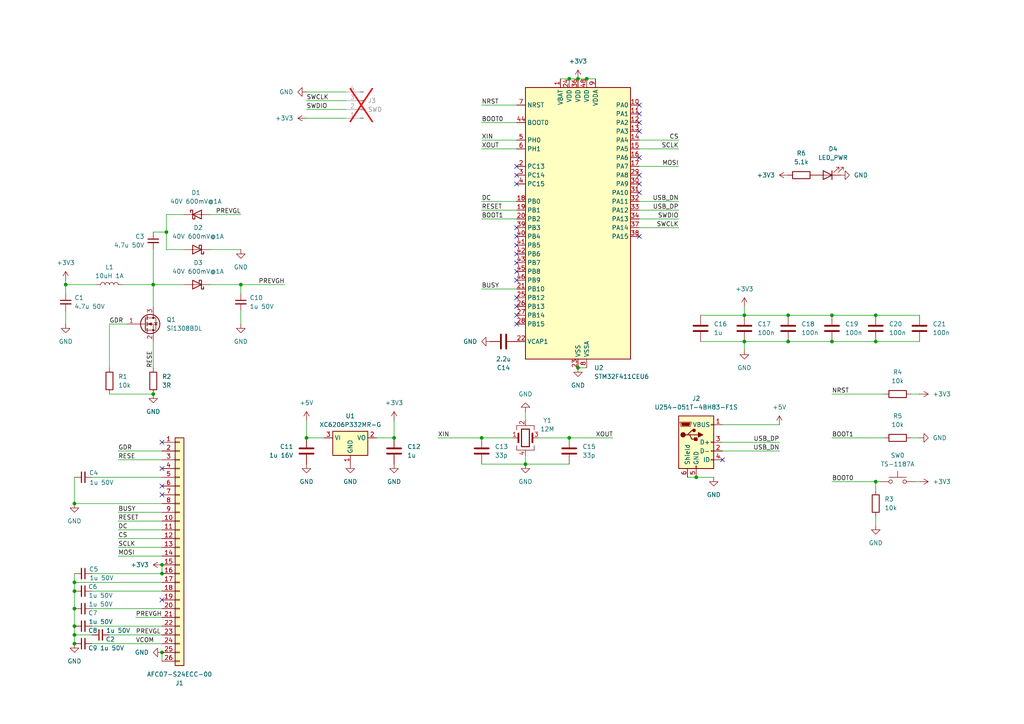
<source format=kicad_sch>
(kicad_sch (version 20250114) (generator "eeschema") (generator_version "9.0")
  (paper "A4")
  (lib_symbols
    (symbol "Connector:Conn_01x04_Pin" (pin_names (offset 1.016) (hide yes))
      (property "Reference" "J" (at 0 5.08 0))
      (property "Value" "Conn_01x04_Pin" (at 0 -7.62 0))
      (symbol "Conn_01x04_Pin_1_1"
        (rectangle (start 0.8636 2.667) (end 0 2.413) (stroke (width 0.1524)) (fill (type outline)))
        (rectangle (start 0.8636 0.127) (end 0 -0.127) (stroke (width 0.1524)) (fill (type outline)))
        (rectangle (start 0.8636 -2.413) (end 0 -2.667) (stroke (width 0.1524)) (fill (type outline)))
        (rectangle (start 0.8636 -4.953) (end 0 -5.207) (stroke (width 0.1524)) (fill (type outline)))
        (polyline (pts (xy 1.27 2.54) (xy 0.8636 2.54)) (stroke (width 0.1524)))
        (polyline (pts (xy 1.27 0) (xy 0.8636 0)) (stroke (width 0.1524)))
        (polyline (pts (xy 1.27 -2.54) (xy 0.8636 -2.54)) (stroke (width 0.1524)))
        (polyline (pts (xy 1.27 -5.08) (xy 0.8636 -5.08)) (stroke (width 0.1524)))
        (pin passive line (at 5.08 2.54 180) (length 3.81) (name "Pin_1") (number "1"))
        (pin passive line (at 5.08 0 180) (length 3.81) (name "Pin_2") (number "2"))
        (pin passive line (at 5.08 -2.54 180) (length 3.81) (name "Pin_3") (number "3"))
        (pin passive line (at 5.08 -5.08 180) (length 3.81) (name "Pin_4") (number "4"))
      )
    )
    (symbol "Connector:USB_B_Micro" (pin_names (offset 1.016))
      (property "Reference" "J" (at -5.08 11.43 0))
      (property "Value" "USB_B_Micro" (at -5.08 8.89 0))
      (symbol "USB_B_Micro_0_1"
        (rectangle (start -5.08 -7.62) (end 5.08 7.62) (stroke (width 0.254)) (fill (type background)))
        (polyline (pts (xy -4.699 5.842) (xy -4.699 5.588) (xy -4.445 4.826) (xy -4.445 4.572) (xy -1.651 4.572) (xy -1.651 4.826) (xy -1.397 5.588) (xy -1.397 5.842) (xy -4.699 5.842)))
        (polyline (pts (xy -4.318 5.588) (xy -1.778 5.588) (xy -2.032 4.826) (xy -4.064 4.826) (xy -4.318 5.588)) (fill (type outline)))
        (circle (center -3.81 2.159) (radius 0.635) (stroke (width 0.254)) (fill (type outline)))
        (polyline (pts (xy -3.175 2.159) (xy -2.54 2.159) (xy -1.27 3.429) (xy -0.635 3.429)) (stroke (width 0.254)))
        (polyline (pts (xy -2.54 2.159) (xy -1.905 2.159) (xy -1.27 0.889) (xy 0 0.889)) (stroke (width 0.254)))
        (polyline (pts (xy -1.905 2.159) (xy 0.635 2.159)) (stroke (width 0.254)))
        (circle (center -0.635 3.429) (radius 0.381) (stroke (width 0.254)) (fill (type outline)))
        (rectangle (start -0.127 -7.62) (end 0.127 -6.858))
        (rectangle (start 0.254 1.27) (end -0.508 0.508) (stroke (width 0.254)) (fill (type outline)))
        (polyline (pts (xy 0.635 2.794) (xy 0.635 1.524) (xy 1.905 2.159) (xy 0.635 2.794)) (stroke (width 0.254)) (fill (type outline)))
        (rectangle (start 5.08 4.953) (end 4.318 5.207))
        (rectangle (start 5.08 -0.127) (end 4.318 0.127))
        (rectangle (start 5.08 -2.667) (end 4.318 -2.413))
        (rectangle (start 5.08 -5.207) (end 4.318 -4.953))
      )
      (symbol "USB_B_Micro_1_1"
        (pin passive line (at -2.54 -10.16 90) (length 2.54) (name "Shield") (number "6"))
        (pin power_out line (at 0 -10.16 90) (length 2.54) (name "GND") (number "5"))
        (pin power_out line (at 7.62 5.08 180) (length 2.54) (name "VBUS") (number "1"))
        (pin bidirectional line (at 7.62 0 180) (length 2.54) (name "D+") (number "3"))
        (pin bidirectional line (at 7.62 -2.54 180) (length 2.54) (name "D-") (number "2"))
        (pin passive line (at 7.62 -5.08 180) (length 2.54) (name "ID") (number "4"))
      )
    )
    (symbol "Connector_Generic:Conn_01x26" (pin_names (offset 1.016) (hide yes))
      (property "Reference" "J" (at 0 33.02 0))
      (property "Value" "Conn_01x26" (at 0 -35.56 0))
      (symbol "Conn_01x26_1_1"
        (rectangle (start -1.27 31.75) (end 1.27 -34.29) (stroke (width 0.254)) (fill (type background)))
        (rectangle (start -1.27 30.607) (end 0 30.353) (stroke (width 0.1524)))
        (rectangle (start -1.27 28.067) (end 0 27.813) (stroke (width 0.1524)))
        (rectangle (start -1.27 25.527) (end 0 25.273) (stroke (width 0.1524)))
        (rectangle (start -1.27 22.987) (end 0 22.733) (stroke (width 0.1524)))
        (rectangle (start -1.27 20.447) (end 0 20.193) (stroke (width 0.1524)))
        (rectangle (start -1.27 17.907) (end 0 17.653) (stroke (width 0.1524)))
        (rectangle (start -1.27 15.367) (end 0 15.113) (stroke (width 0.1524)))
        (rectangle (start -1.27 12.827) (end 0 12.573) (stroke (width 0.1524)))
        (rectangle (start -1.27 10.287) (end 0 10.033) (stroke (width 0.1524)))
        (rectangle (start -1.27 7.747) (end 0 7.493) (stroke (width 0.1524)))
        (rectangle (start -1.27 5.207) (end 0 4.953) (stroke (width 0.1524)))
        (rectangle (start -1.27 2.667) (end 0 2.413) (stroke (width 0.1524)))
        (rectangle (start -1.27 0.127) (end 0 -0.127) (stroke (width 0.1524)))
        (rectangle (start -1.27 -2.413) (end 0 -2.667) (stroke (width 0.1524)))
        (rectangle (start -1.27 -4.953) (end 0 -5.207) (stroke (width 0.1524)))
        (rectangle (start -1.27 -7.493) (end 0 -7.747) (stroke (width 0.1524)))
        (rectangle (start -1.27 -10.033) (end 0 -10.287) (stroke (width 0.1524)))
        (rectangle (start -1.27 -12.573) (end 0 -12.827) (stroke (width 0.1524)))
        (rectangle (start -1.27 -15.113) (end 0 -15.367) (stroke (width 0.1524)))
        (rectangle (start -1.27 -17.653) (end 0 -17.907) (stroke (width 0.1524)))
        (rectangle (start -1.27 -20.193) (end 0 -20.447) (stroke (width 0.1524)))
        (rectangle (start -1.27 -22.733) (end 0 -22.987) (stroke (width 0.1524)))
        (rectangle (start -1.27 -25.273) (end 0 -25.527) (stroke (width 0.1524)))
        (rectangle (start -1.27 -27.813) (end 0 -28.067) (stroke (width 0.1524)))
        (rectangle (start -1.27 -30.353) (end 0 -30.607) (stroke (width 0.1524)))
        (rectangle (start -1.27 -32.893) (end 0 -33.147) (stroke (width 0.1524)))
        (pin passive line (at -5.08 30.48 0) (length 3.81) (name "Pin_1") (number "1"))
        (pin passive line (at -5.08 27.94 0) (length 3.81) (name "Pin_2") (number "2"))
        (pin passive line (at -5.08 25.4 0) (length 3.81) (name "Pin_3") (number "3"))
        (pin passive line (at -5.08 22.86 0) (length 3.81) (name "Pin_4") (number "4"))
        (pin passive line (at -5.08 20.32 0) (length 3.81) (name "Pin_5") (number "5"))
        (pin passive line (at -5.08 17.78 0) (length 3.81) (name "Pin_6") (number "6"))
        (pin passive line (at -5.08 15.24 0) (length 3.81) (name "Pin_7") (number "7"))
        (pin passive line (at -5.08 12.7 0) (length 3.81) (name "Pin_8") (number "8"))
        (pin passive line (at -5.08 10.16 0) (length 3.81) (name "Pin_9") (number "9"))
        (pin passive line (at -5.08 7.62 0) (length 3.81) (name "Pin_10") (number "10"))
        (pin passive line (at -5.08 5.08 0) (length 3.81) (name "Pin_11") (number "11"))
        (pin passive line (at -5.08 2.54 0) (length 3.81) (name "Pin_12") (number "12"))
        (pin passive line (at -5.08 0 0) (length 3.81) (name "Pin_13") (number "13"))
        (pin passive line (at -5.08 -2.54 0) (length 3.81) (name "Pin_14") (number "14"))
        (pin passive line (at -5.08 -5.08 0) (length 3.81) (name "Pin_15") (number "15"))
        (pin passive line (at -5.08 -7.62 0) (length 3.81) (name "Pin_16") (number "16"))
        (pin passive line (at -5.08 -10.16 0) (length 3.81) (name "Pin_17") (number "17"))
        (pin passive line (at -5.08 -12.7 0) (length 3.81) (name "Pin_18") (number "18"))
        (pin passive line (at -5.08 -15.24 0) (length 3.81) (name "Pin_19") (number "19"))
        (pin passive line (at -5.08 -17.78 0) (length 3.81) (name "Pin_20") (number "20"))
        (pin passive line (at -5.08 -20.32 0) (length 3.81) (name "Pin_21") (number "21"))
        (pin passive line (at -5.08 -22.86 0) (length 3.81) (name "Pin_22") (number "22"))
        (pin passive line (at -5.08 -25.4 0) (length 3.81) (name "Pin_23") (number "23"))
        (pin passive line (at -5.08 -27.94 0) (length 3.81) (name "Pin_24") (number "24"))
        (pin passive line (at -5.08 -30.48 0) (length 3.81) (name "Pin_25") (number "25"))
        (pin passive line (at -5.08 -33.02 0) (length 3.81) (name "Pin_26") (number "26"))
      )
    )
    (symbol "Device:C" (pin_numbers (hide yes)) (pin_names (offset 0.254))
      (property "Reference" "C" (at 0.635 2.54 0))
      (property "Value" "C" (at 0.635 -2.54 0))
      (symbol "C_0_1"
        (polyline (pts (xy -2.032 0.762) (xy 2.032 0.762)) (stroke (width 0.508)))
        (polyline (pts (xy -2.032 -0.762) (xy 2.032 -0.762)) (stroke (width 0.508)))
      )
      (symbol "C_1_1"
        (pin passive line (at 0 3.81 270) (length 2.794) (name "~") (number "1"))
        (pin passive line (at 0 -3.81 90) (length 2.794) (name "~") (number "2"))
      )
    )
    (symbol "Device:C_Small" (pin_numbers (hide yes)) (pin_names (offset 0.254) (hide yes))
      (property "Reference" "C" (at 0.254 1.778 0))
      (property "Value" "C_Small" (at 0.254 -2.032 0))
      (symbol "C_Small_0_1"
        (polyline (pts (xy -1.524 0.508) (xy 1.524 0.508)) (stroke (width 0.3048)))
        (polyline (pts (xy -1.524 -0.508) (xy 1.524 -0.508)) (stroke (width 0.3302)))
      )
      (symbol "C_Small_1_1"
        (pin passive line (at 0 2.54 270) (length 2.032) (name "~") (number "1"))
        (pin passive line (at 0 -2.54 90) (length 2.032) (name "~") (number "2"))
      )
    )
    (symbol "Device:Crystal_GND24" (pin_names (offset 1.016) (hide yes))
      (property "Reference" "Y" (at 3.175 5.08 0))
      (property "Value" "Crystal_GND24" (at 3.175 3.175 0))
      (symbol "Crystal_GND24_0_1"
        (polyline (pts (xy -2.54 2.286) (xy -2.54 3.556) (xy 2.54 3.556) (xy 2.54 2.286)))
        (polyline (pts (xy -2.54 0) (xy -2.032 0)))
        (polyline (pts (xy -2.54 -2.286) (xy -2.54 -3.556) (xy 2.54 -3.556) (xy 2.54 -2.286)))
        (polyline (pts (xy -2.032 -1.27) (xy -2.032 1.27)) (stroke (width 0.508)))
        (rectangle (start -1.143 2.54) (end 1.143 -2.54) (stroke (width 0.3048)))
        (polyline (pts (xy 0 3.556) (xy 0 3.81)))
        (polyline (pts (xy 0 -3.81) (xy 0 -3.556)))
        (polyline (pts (xy 2.032 0) (xy 2.54 0)))
        (polyline (pts (xy 2.032 -1.27) (xy 2.032 1.27)) (stroke (width 0.508)))
      )
      (symbol "Crystal_GND24_1_1"
        (pin passive line (at -3.81 0 0) (length 1.27) (name "1") (number "1"))
        (pin passive line (at 0 5.08 270) (length 1.27) (name "2") (number "2"))
        (pin passive line (at 0 -5.08 90) (length 1.27) (name "4") (number "4"))
        (pin passive line (at 3.81 0 180) (length 1.27) (name "3") (number "3"))
      )
    )
    (symbol "Device:D_Schottky" (pin_numbers (hide yes)) (pin_names (offset 1.016) (hide yes))
      (property "Reference" "D" (at 0 2.54 0))
      (property "Value" "D_Schottky" (at 0 -2.54 0))
      (symbol "D_Schottky_0_1"
        (polyline (pts (xy -1.905 0.635) (xy -1.905 1.27) (xy -1.27 1.27) (xy -1.27 -1.27) (xy -0.635 -1.27) (xy -0.635 -0.635)) (stroke (width 0.254)))
        (polyline (pts (xy 1.27 1.27) (xy 1.27 -1.27) (xy -1.27 0) (xy 1.27 1.27)) (stroke (width 0.254)))
        (polyline (pts (xy 1.27 0) (xy -1.27 0)))
      )
      (symbol "D_Schottky_1_1"
        (pin passive line (at -3.81 0 0) (length 2.54) (name "K") (number "1"))
        (pin passive line (at 3.81 0 180) (length 2.54) (name "A") (number "2"))
      )
    )
    (symbol "Device:L" (pin_numbers (hide yes)) (pin_names (offset 1.016) (hide yes))
      (property "Reference" "L" (at -1.27 0 90))
      (property "Value" "L" (at 1.905 0 90))
      (symbol "L_0_1"
        (arc (start 0 2.54) (mid 0.6323 1.905) (end 0 1.27))
        (arc (start 0 1.27) (mid 0.6323 0.635) (end 0 0))
        (arc (start 0 0) (mid 0.6323 -0.635) (end 0 -1.27))
        (arc (start 0 -1.27) (mid 0.6323 -1.905) (end 0 -2.54))
      )
      (symbol "L_1_1"
        (pin passive line (at 0 3.81 270) (length 1.27) (name "1") (number "1"))
        (pin passive line (at 0 -3.81 90) (length 1.27) (name "2") (number "2"))
      )
    )
    (symbol "Device:LED" (pin_numbers (hide yes)) (pin_names (offset 1.016) (hide yes))
      (property "Reference" "D" (at 0 2.54 0))
      (property "Value" "LED" (at 0 -2.54 0))
      (symbol "LED_0_1"
        (polyline (pts (xy -3.048 -0.762) (xy -4.572 -2.286) (xy -3.81 -2.286) (xy -4.572 -2.286) (xy -4.572 -1.524)))
        (polyline (pts (xy -1.778 -0.762) (xy -3.302 -2.286) (xy -2.54 -2.286) (xy -3.302 -2.286) (xy -3.302 -1.524)))
        (polyline (pts (xy -1.27 0) (xy 1.27 0)))
        (polyline (pts (xy -1.27 -1.27) (xy -1.27 1.27)) (stroke (width 0.254)))
        (polyline (pts (xy 1.27 -1.27) (xy 1.27 1.27) (xy -1.27 0) (xy 1.27 -1.27)) (stroke (width 0.254)))
      )
      (symbol "LED_1_1"
        (pin passive line (at -3.81 0 0) (length 2.54) (name "K") (number "1"))
        (pin passive line (at 3.81 0 180) (length 2.54) (name "A") (number "2"))
      )
    )
    (symbol "Device:R" (pin_numbers (hide yes)) (pin_names (offset 0))
      (property "Reference" "R" (at 2.032 0 90))
      (property "Value" "R" (at 0 0 90))
      (symbol "R_0_1"
        (rectangle (start -1.016 -2.54) (end 1.016 2.54) (stroke (width 0.254)))
      )
      (symbol "R_1_1"
        (pin passive line (at 0 3.81 270) (length 1.27) (name "~") (number "1"))
        (pin passive line (at 0 -3.81 90) (length 1.27) (name "~") (number "2"))
      )
    )
    (symbol "MCU_ST_STM32F4:STM32F411CEUx"
      (property "Reference" "U" (at -15.24 41.91 0))
      (property "Value" "STM32F411CEUx" (at 7.62 41.91 0))
      (symbol "STM32F411CEUx_0_1"
        (rectangle (start -15.24 -38.1) (end 15.24 40.64) (stroke (width 0.254)) (fill (type background)))
      )
      (symbol "STM32F411CEUx_1_1"
        (pin input line (at -17.78 35.56 0) (length 2.54) (name "NRST") (number "7"))
        (pin input line (at -17.78 30.48 0) (length 2.54) (name "BOOT0") (number "44"))
        (pin bidirectional line (at -17.78 25.4 0) (length 2.54) (name "PH0") (number "5"))
        (pin bidirectional line (at -17.78 22.86 0) (length 2.54) (name "PH1") (number "6"))
        (pin bidirectional line (at -17.78 17.78 0) (length 2.54) (name "PC13") (number "2"))
        (pin bidirectional line (at -17.78 15.24 0) (length 2.54) (name "PC14") (number "3"))
        (pin bidirectional line (at -17.78 12.7 0) (length 2.54) (name "PC15") (number "4"))
        (pin bidirectional line (at -17.78 7.62 0) (length 2.54) (name "PB0") (number "18"))
        (pin bidirectional line (at -17.78 5.08 0) (length 2.54) (name "PB1") (number "19"))
        (pin bidirectional line (at -17.78 2.54 0) (length 2.54) (name "PB2") (number "20"))
        (pin bidirectional line (at -17.78 0 0) (length 2.54) (name "PB3") (number "39"))
        (pin bidirectional line (at -17.78 -2.54 0) (length 2.54) (name "PB4") (number "40"))
        (pin bidirectional line (at -17.78 -5.08 0) (length 2.54) (name "PB5") (number "41"))
        (pin bidirectional line (at -17.78 -7.62 0) (length 2.54) (name "PB6") (number "42"))
        (pin bidirectional line (at -17.78 -10.16 0) (length 2.54) (name "PB7") (number "43"))
        (pin bidirectional line (at -17.78 -12.7 0) (length 2.54) (name "PB8") (number "45"))
        (pin bidirectional line (at -17.78 -15.24 0) (length 2.54) (name "PB9") (number "46"))
        (pin bidirectional line (at -17.78 -17.78 0) (length 2.54) (name "PB10") (number "21"))
        (pin bidirectional line (at -17.78 -20.32 0) (length 2.54) (name "PB12") (number "25"))
        (pin bidirectional line (at -17.78 -22.86 0) (length 2.54) (name "PB13") (number "26"))
        (pin bidirectional line (at -17.78 -25.4 0) (length 2.54) (name "PB14") (number "27"))
        (pin bidirectional line (at -17.78 -27.94 0) (length 2.54) (name "PB15") (number "28"))
        (pin power_out line (at -17.78 -33.02 0) (length 2.54) (name "VCAP1") (number "22"))
        (pin power_in line (at -5.08 43.18 270) (length 2.54) (name "VBAT") (number "1"))
        (pin power_in line (at -2.54 43.18 270) (length 2.54) (name "VDD") (number "24"))
        (pin power_in line (at 0 43.18 270) (length 2.54) (name "VDD") (number "36"))
        (pin power_in line (at 0 -40.64 90) (length 2.54) (name "VSS") (number "23"))
        (pin passive line (at 0 -40.64 90) (length 2.54) (hide yes) (name "VSS") (number "35"))
        (pin passive line (at 0 -40.64 90) (length 2.54) (hide yes) (name "VSS") (number "47"))
        (pin passive line (at 0 -40.64 90) (length 2.54) (hide yes) (name "VSS") (number "49"))
        (pin power_in line (at 2.54 43.18 270) (length 2.54) (name "VDD") (number "48"))
        (pin power_in line (at 2.54 -40.64 90) (length 2.54) (name "VSSA") (number "8"))
        (pin power_in line (at 5.08 43.18 270) (length 2.54) (name "VDDA") (number "9"))
        (pin bidirectional line (at 17.78 35.56 180) (length 2.54) (name "PA0") (number "10"))
        (pin bidirectional line (at 17.78 33.02 180) (length 2.54) (name "PA1") (number "11"))
        (pin bidirectional line (at 17.78 30.48 180) (length 2.54) (name "PA2") (number "12"))
        (pin bidirectional line (at 17.78 27.94 180) (length 2.54) (name "PA3") (number "13"))
        (pin bidirectional line (at 17.78 25.4 180) (length 2.54) (name "PA4") (number "14"))
        (pin bidirectional line (at 17.78 22.86 180) (length 2.54) (name "PA5") (number "15"))
        (pin bidirectional line (at 17.78 20.32 180) (length 2.54) (name "PA6") (number "16"))
        (pin bidirectional line (at 17.78 17.78 180) (length 2.54) (name "PA7") (number "17"))
        (pin bidirectional line (at 17.78 15.24 180) (length 2.54) (name "PA8") (number "29"))
        (pin bidirectional line (at 17.78 12.7 180) (length 2.54) (name "PA9") (number "30"))
        (pin bidirectional line (at 17.78 10.16 180) (length 2.54) (name "PA10") (number "31"))
        (pin bidirectional line (at 17.78 7.62 180) (length 2.54) (name "PA11") (number "32"))
        (pin bidirectional line (at 17.78 5.08 180) (length 2.54) (name "PA12") (number "33"))
        (pin bidirectional line (at 17.78 2.54 180) (length 2.54) (name "PA13") (number "34"))
        (pin bidirectional line (at 17.78 0 180) (length 2.54) (name "PA14") (number "37"))
        (pin bidirectional line (at 17.78 -2.54 180) (length 2.54) (name "PA15") (number "38"))
      )
    )
    (symbol "Regulator_Linear:AMS1117-3.3"
      (property "Reference" "U" (at -3.81 3.175 0))
      (property "Value" "AMS1117-3.3" (at 0 3.175 0))
      (symbol "AMS1117-3.3_0_1"
        (rectangle (start -5.08 -5.08) (end 5.08 1.905) (stroke (width 0.254)) (fill (type background)))
      )
      (symbol "AMS1117-3.3_1_1"
        (pin power_in line (at -7.62 0 0) (length 2.54) (name "VI") (number "3"))
        (pin power_in line (at 0 -7.62 90) (length 2.54) (name "GND") (number "1"))
        (pin power_out line (at 7.62 0 180) (length 2.54) (name "VO") (number "2"))
      )
    )
    (symbol "Switch:SW_Push" (pin_numbers (hide yes)) (pin_names (offset 1.016) (hide yes))
      (property "Reference" "SW" (at 1.27 2.54 0))
      (property "Value" "SW_Push" (at 0 -1.524 0))
      (symbol "SW_Push_0_1"
        (circle (center -2.032 0) (radius 0.508))
        (polyline (pts (xy 0 1.27) (xy 0 3.048)))
        (circle (center 2.032 0) (radius 0.508))
        (polyline (pts (xy 2.54 1.27) (xy -2.54 1.27)))
        (pin passive line (at -5.08 0 0) (length 2.54) (name "1") (number "1"))
        (pin passive line (at 5.08 0 180) (length 2.54) (name "2") (number "2"))
      )
    )
    (symbol "Transistor_FET:Si1308EDL" (pin_names (hide yes))
      (property "Reference" "Q" (at 5.08 1.905 0))
      (property "Value" "Si1308EDL" (at 5.08 0 0))
      (symbol "Si1308EDL_0_1"
        (polyline (pts (xy 0.254 1.905) (xy 0.254 -1.905)) (stroke (width 0.254)))
        (polyline (pts (xy 0.254 0) (xy -2.54 0)))
        (polyline (pts (xy 0.762 2.286) (xy 0.762 1.27)) (stroke (width 0.254)))
        (polyline (pts (xy 0.762 0.508) (xy 0.762 -0.508)) (stroke (width 0.254)))
        (polyline (pts (xy 0.762 -1.27) (xy 0.762 -2.286)) (stroke (width 0.254)))
        (polyline (pts (xy 0.762 -1.778) (xy 3.302 -1.778) (xy 3.302 1.778) (xy 0.762 1.778)))
        (polyline (pts (xy 1.016 0) (xy 2.032 0.381) (xy 2.032 -0.381) (xy 1.016 0)) (fill (type outline)))
        (circle (center 1.651 0) (radius 2.794) (stroke (width 0.254)))
        (polyline (pts (xy 2.54 2.54) (xy 2.54 1.778)))
        (circle (center 2.54 1.778) (radius 0.254) (fill (type outline)))
        (circle (center 2.54 -1.778) (radius 0.254) (fill (type outline)))
        (polyline (pts (xy 2.54 -2.54) (xy 2.54 0) (xy 0.762 0)))
        (polyline (pts (xy 2.794 0.508) (xy 2.921 0.381) (xy 3.683 0.381) (xy 3.81 0.254)))
        (polyline (pts (xy 3.302 0.381) (xy 2.921 -0.254) (xy 3.683 -0.254) (xy 3.302 0.381)))
      )
      (symbol "Si1308EDL_1_1"
        (pin input line (at -5.08 0 0) (length 2.54) (name "G") (number "1"))
        (pin passive line (at 2.54 5.08 270) (length 2.54) (name "D") (number "3"))
        (pin passive line (at 2.54 -5.08 90) (length 2.54) (name "S") (number "2"))
      )
    )
    (symbol "power:+3V3" (power) (pin_numbers (hide yes)) (pin_names (offset 0) (hide yes))
      (property "Value" "+3V3" (at 0 3.556 0))
      (symbol "+3V3_0_1"
        (polyline (pts (xy -0.762 1.27) (xy 0 2.54)))
        (polyline (pts (xy 0 2.54) (xy 0.762 1.27)))
        (polyline (pts (xy 0 0) (xy 0 2.54)))
      )
      (symbol "+3V3_1_1"
        (pin power_in line (at 0 0 90) (length 0) (name "~") (number "1"))
      )
    )
    (symbol "power:+5V" (power) (pin_numbers (hide yes)) (pin_names (offset 0) (hide yes))
      (property "Value" "+5V" (at 0 3.556 0))
      (symbol "+5V_0_1"
        (polyline (pts (xy -0.762 1.27) (xy 0 2.54)))
        (polyline (pts (xy 0 2.54) (xy 0.762 1.27)))
        (polyline (pts (xy 0 0) (xy 0 2.54)))
      )
      (symbol "+5V_1_1"
        (pin power_in line (at 0 0 90) (length 0) (name "~") (number "1"))
      )
    )
    (symbol "power:GND" (power) (pin_numbers (hide yes)) (pin_names (offset 0) (hide yes))
      (property "Value" "GND" (at 0 -3.81 0))
      (symbol "GND_0_1"
        (polyline (pts (xy 0 0) (xy 0 -1.27) (xy 1.27 -1.27) (xy 0 -2.54) (xy -1.27 -1.27) (xy 0 -1.27)))
      )
      (symbol "GND_1_1"
        (pin power_in line (at 0 0 270) (length 0) (name "~") (number "1"))
      )
    )
  )
  (junction (at 241.3 91.44))
  (junction (at 254 139.7))
  (junction (at 215.9 91.44))
  (junction (at 44.45 82.55))
  (junction (at 167.64 106.68))
  (junction (at 21.59 168.91))
  (junction (at 170.18 22.86))
  (junction (at 152.4 134.62))
  (junction (at 139.7 127))
  (junction (at 165.1 22.86))
  (junction (at 215.9 99.06))
  (junction (at 21.59 176.53))
  (junction (at 69.85 82.55))
  (junction (at 21.59 184.15))
  (junction (at 21.59 171.45))
  (junction (at 21.59 181.61))
  (junction (at 167.64 22.86))
  (junction (at 46.99 189.23))
  (junction (at 165.1 127))
  (junction (at 44.45 114.3))
  (junction (at 114.3 127))
  (junction (at 21.59 186.69))
  (junction (at 21.59 146.05))
  (junction (at 201.93 138.43))
  (junction (at 88.9 127))
  (junction (at 241.3 99.06))
  (junction (at 228.6 91.44))
  (junction (at 46.99 166.37))
  (junction (at 254 99.06))
  (junction (at 228.6 99.06))
  (junction (at 48.26 67.31))
  (junction (at 254 91.44))
  (junction (at 19.05 82.55))
  (junction (at 46.99 163.83))
  (no_connect (at 46.99 135.89))
  (no_connect (at 185.42 45.72))
  (no_connect (at 46.99 128.27))
  (no_connect (at 149.86 86.36))
  (no_connect (at 185.42 30.48))
  (no_connect (at 149.86 76.2))
  (no_connect (at 149.86 81.28))
  (no_connect (at 149.86 50.8))
  (no_connect (at 149.86 48.26))
  (no_connect (at 149.86 68.58))
  (no_connect (at 185.42 50.8))
  (no_connect (at 185.42 68.58))
  (no_connect (at 185.42 55.88))
  (no_connect (at 149.86 53.34))
  (no_connect (at 149.86 88.9))
  (no_connect (at 149.86 93.98))
  (no_connect (at 149.86 91.44))
  (no_connect (at 46.99 143.51))
  (no_connect (at 149.86 66.04))
  (no_connect (at 46.99 173.99))
  (no_connect (at 46.99 140.97))
  (no_connect (at 149.86 73.66))
  (no_connect (at 185.42 33.02))
  (no_connect (at 209.55 133.35))
  (no_connect (at 185.42 53.34))
  (no_connect (at 185.42 35.56))
  (no_connect (at 185.42 38.1))
  (no_connect (at 149.86 78.74))
  (no_connect (at 149.86 71.12))
  (wire (pts (xy 46.99 146.05) (xy 21.59 146.05)))
  (wire (pts (xy 149.86 58.42) (xy 139.7 58.42)))
  (wire (pts (xy 21.59 168.91) (xy 46.99 168.91)))
  (wire (pts (xy 215.9 91.44) (xy 228.6 91.44)))
  (wire (pts (xy 228.6 99.06) (xy 241.3 99.06)))
  (wire (pts (xy 167.64 106.68) (xy 170.18 106.68)))
  (wire (pts (xy 46.99 176.53) (xy 26.67 176.53)))
  (wire (pts (xy 215.9 88.9) (xy 215.9 91.44)))
  (wire (pts (xy 48.26 72.39) (xy 53.34 72.39)))
  (wire (pts (xy 170.18 22.86) (xy 172.72 22.86)))
  (wire (pts (xy 209.55 130.81) (xy 226.06 130.81)))
  (wire (pts (xy 48.26 62.23) (xy 53.34 62.23)))
  (wire (pts (xy 199.39 138.43) (xy 201.93 138.43)))
  (wire (pts (xy 26.67 171.45) (xy 46.99 171.45)))
  (wire (pts (xy 264.16 127) (xy 266.7 127)))
  (wire (pts (xy 264.16 114.3) (xy 266.7 114.3)))
  (wire (pts (xy 34.29 158.75) (xy 46.99 158.75)))
  (wire (pts (xy 21.59 166.37) (xy 21.59 168.91)))
  (wire (pts (xy 34.29 133.35) (xy 46.99 133.35)))
  (wire (pts (xy 241.3 139.7) (xy 254 139.7)))
  (wire (pts (xy 21.59 138.43) (xy 21.59 146.05)))
  (wire (pts (xy 21.59 184.15) (xy 21.59 186.69)))
  (wire (pts (xy 46.99 186.69) (xy 26.67 186.69)))
  (wire (pts (xy 46.99 161.29) (xy 34.29 161.29)))
  (wire (pts (xy 44.45 72.39) (xy 44.45 82.55)))
  (wire (pts (xy 254 139.7) (xy 255.27 139.7)))
  (wire (pts (xy 69.85 85.09) (xy 69.85 82.55)))
  (wire (pts (xy 215.9 99.06) (xy 215.9 101.6)))
  (wire (pts (xy 21.59 171.45) (xy 21.59 176.53)))
  (wire (pts (xy 26.67 166.37) (xy 46.99 166.37)))
  (wire (pts (xy 266.7 139.7) (xy 265.43 139.7)))
  (wire (pts (xy 241.3 114.3) (xy 256.54 114.3)))
  (wire (pts (xy 152.4 134.62) (xy 165.1 134.62)))
  (wire (pts (xy 139.7 63.5) (xy 149.86 63.5)))
  (wire (pts (xy 152.4 119.38) (xy 152.4 121.92)))
  (wire (pts (xy 139.7 30.48) (xy 149.86 30.48)))
  (wire (pts (xy 21.59 168.91) (xy 21.59 171.45)))
  (wire (pts (xy 139.7 43.18) (xy 149.86 43.18)))
  (wire (pts (xy 241.3 127) (xy 256.54 127)))
  (wire (pts (xy 203.2 91.44) (xy 215.9 91.44)))
  (wire (pts (xy 209.55 128.27) (xy 226.06 128.27)))
  (wire (pts (xy 44.45 67.31) (xy 48.26 67.31)))
  (wire (pts (xy 185.42 48.26) (xy 196.85 48.26)))
  (wire (pts (xy 88.9 31.75) (xy 100.33 31.75)))
  (wire (pts (xy 48.26 67.31) (xy 48.26 62.23)))
  (wire (pts (xy 19.05 82.55) (xy 19.05 85.09)))
  (wire (pts (xy 241.3 99.06) (xy 254 99.06)))
  (wire (pts (xy 46.99 163.83) (xy 46.99 166.37)))
  (wire (pts (xy 35.56 82.55) (xy 44.45 82.55)))
  (wire (pts (xy 139.7 60.96) (xy 149.86 60.96)))
  (wire (pts (xy 165.1 127) (xy 177.8 127)))
  (wire (pts (xy 185.42 58.42) (xy 196.85 58.42)))
  (wire (pts (xy 203.2 99.06) (xy 215.9 99.06)))
  (wire (pts (xy 19.05 90.17) (xy 19.05 93.98)))
  (wire (pts (xy 44.45 82.55) (xy 53.34 82.55)))
  (wire (pts (xy 228.6 91.44) (xy 241.3 91.44)))
  (wire (pts (xy 31.75 114.3) (xy 44.45 114.3)))
  (wire (pts (xy 185.42 43.18) (xy 196.85 43.18)))
  (wire (pts (xy 185.42 63.5) (xy 196.85 63.5)))
  (wire (pts (xy 46.99 181.61) (xy 26.67 181.61)))
  (wire (pts (xy 21.59 176.53) (xy 21.59 181.61)))
  (wire (pts (xy 34.29 153.67) (xy 46.99 153.67)))
  (wire (pts (xy 60.96 72.39) (xy 69.85 72.39)))
  (wire (pts (xy 69.85 82.55) (xy 82.55 82.55)))
  (wire (pts (xy 88.9 29.21) (xy 100.33 29.21)))
  (wire (pts (xy 88.9 34.29) (xy 100.33 34.29)))
  (wire (pts (xy 60.96 82.55) (xy 69.85 82.55)))
  (wire (pts (xy 109.22 127) (xy 114.3 127)))
  (wire (pts (xy 167.64 22.86) (xy 170.18 22.86)))
  (wire (pts (xy 34.29 151.13) (xy 46.99 151.13)))
  (wire (pts (xy 254 99.06) (xy 266.7 99.06)))
  (wire (pts (xy 209.55 123.19) (xy 226.06 123.19)))
  (wire (pts (xy 201.93 138.43) (xy 207.01 138.43)))
  (wire (pts (xy 139.7 40.64) (xy 149.86 40.64)))
  (wire (pts (xy 48.26 67.31) (xy 48.26 72.39)))
  (wire (pts (xy 26.67 184.15) (xy 21.59 184.15)))
  (wire (pts (xy 46.99 179.07) (xy 39.37 179.07)))
  (wire (pts (xy 46.99 184.15) (xy 31.75 184.15)))
  (wire (pts (xy 44.45 99.06) (xy 44.45 106.68)))
  (wire (pts (xy 162.56 22.86) (xy 165.1 22.86)))
  (wire (pts (xy 149.86 83.82) (xy 139.7 83.82)))
  (wire (pts (xy 88.9 26.67) (xy 100.33 26.67)))
  (wire (pts (xy 139.7 35.56) (xy 149.86 35.56)))
  (wire (pts (xy 241.3 91.44) (xy 254 91.44)))
  (wire (pts (xy 165.1 22.86) (xy 167.64 22.86)))
  (wire (pts (xy 254 139.7) (xy 254 142.24)))
  (wire (pts (xy 139.7 127) (xy 148.59 127)))
  (wire (pts (xy 254 149.86) (xy 254 152.4)))
  (wire (pts (xy 21.59 181.61) (xy 21.59 184.15)))
  (wire (pts (xy 60.96 62.23) (xy 69.85 62.23)))
  (wire (pts (xy 185.42 66.04) (xy 196.85 66.04)))
  (wire (pts (xy 152.4 134.62) (xy 152.4 132.08)))
  (wire (pts (xy 254 91.44) (xy 266.7 91.44)))
  (wire (pts (xy 185.42 60.96) (xy 196.85 60.96)))
  (wire (pts (xy 215.9 99.06) (xy 228.6 99.06)))
  (wire (pts (xy 34.29 156.21) (xy 46.99 156.21)))
  (wire (pts (xy 88.9 121.92) (xy 88.9 127)))
  (wire (pts (xy 88.9 127) (xy 93.98 127)))
  (wire (pts (xy 44.45 82.55) (xy 44.45 88.9)))
  (wire (pts (xy 34.29 130.81) (xy 46.99 130.81)))
  (wire (pts (xy 114.3 121.92) (xy 114.3 127)))
  (wire (pts (xy 69.85 93.98) (xy 69.85 90.17)))
  (wire (pts (xy 139.7 134.62) (xy 152.4 134.62)))
  (wire (pts (xy 26.67 138.43) (xy 46.99 138.43)))
  (wire (pts (xy 34.29 148.59) (xy 46.99 148.59)))
  (wire (pts (xy 31.75 93.98) (xy 31.75 106.68)))
  (wire (pts (xy 185.42 40.64) (xy 196.85 40.64)))
  (wire (pts (xy 156.21 127) (xy 165.1 127)))
  (wire (pts (xy 19.05 81.28) (xy 19.05 82.55)))
  (wire (pts (xy 31.75 93.98) (xy 36.83 93.98)))
  (wire (pts (xy 19.05 82.55) (xy 27.94 82.55)))
  (wire (pts (xy 46.99 189.23) (xy 46.99 191.77)))
  (wire (pts (xy 127 127) (xy 139.7 127)))
  (label "USB_DN" (at 226.06 130.81 180))
  (label "BOOT0" (at 139.7 35.56 0))
  (label "NRST" (at 139.7 30.48 0))
  (label "CS" (at 196.85 40.64 180))
  (label "SCLK" (at 196.85 43.18 180))
  (label "GDR" (at 31.75 93.98 0))
  (label "USB_DP" (at 196.85 60.96 180))
  (label "DC" (at 139.7 58.42 0))
  (label "PREVGH" (at 82.55 82.55 180))
  (label "MOSI" (at 34.29 161.29 0))
  (label "USB_DP" (at 226.06 128.27 180))
  (label "MOSI" (at 196.85 48.26 180))
  (label "BOOT1" (at 139.7 63.5 0))
  (label "DC" (at 34.29 153.67 0))
  (label "USB_DN" (at 196.85 58.42 180))
  (label "BUSY" (at 139.7 83.82 0))
  (label "SCLK" (at 34.29 158.75 0))
  (label "SWDIO" (at 196.85 63.5 180))
  (label "XOUT" (at 177.8 127 180))
  (label "BOOT0" (at 241.3 139.7 0))
  (label "SWDIO" (at 88.9 31.75 0))
  (label "XIN" (at 127 127 0))
  (label "VCOM" (at 39.37 186.69 0))
  (label "XIN" (at 139.7 40.64 0))
  (label "XOUT" (at 139.7 43.18 0))
  (label "NRST" (at 241.3 114.3 0))
  (label "PREVGH" (at 39.37 179.07 0))
  (label "BUSY" (at 34.29 148.59 0))
  (label "PREVGL" (at 39.37 184.15 0))
  (label "SWCLK" (at 88.9 29.21 0))
  (label "PREVGL" (at 69.85 62.23 180))
  (label "RESET" (at 34.29 151.13 0))
  (label "RESE" (at 34.29 133.35 0))
  (label "SWCLK" (at 196.85 66.04 180))
  (label "CS" (at 34.29 156.21 0))
  (label "BOOT1" (at 241.3 127 0))
  (label "GDR" (at 34.29 130.81 0))
  (label "RESET" (at 139.7 60.96 0))
  (label "RESE" (at 44.45 106.68 90))
  (symbol (lib_id "Device:C_Small") (at 24.13 186.69 90) (mirror x) (unit 1)
    (property "Reference" "C9" (at 26.924 187.96 90))
    (property "Value" "1u 50V" (at 32.512 187.96 90))
    (property "Footprint" "Capacitor_SMD:C_0603_1608Metric" (effects (hide yes)))
    (property "Description" "Unpolarized capacitor, small symbol" (effects (hide yes)))
  )
  (symbol (lib_id "power:GND") (at 142.24 99.06 270) (unit 1)
    (property "Reference" "#PWR014" (effects (hide yes)))
    (property "Value" "GND" (at 138.43 99.0599 90) (effects (justify right)))
    (property "Description" "Power symbol creates a global label with name \"GND\" , ground" (effects (hide yes)))
  )
  (symbol (lib_id "power:GND") (at 114.3 134.62 0) (unit 1)
    (property "Reference" "#PWR013" (effects (hide yes)))
    (property "Value" "GND" (at 114.3 139.7 0))
    (property "Description" "Power symbol creates a global label with name \"GND\" , ground" (effects (hide yes)))
  )
  (symbol (lib_id "Device:C") (at 241.3 95.25 0) (unit 1)
    (property "Reference" "C19" (at 245.11 93.9799 0) (effects (justify left)))
    (property "Value" "100n" (at 245.11 96.5199 0) (effects (justify left)))
    (property "Footprint" "Capacitor_SMD:C_0402_1005Metric" (effects (hide yes)))
    (property "Description" "Unpolarized capacitor" (effects (hide yes)))
  )
  (symbol (lib_id "Device:C") (at 215.9 95.25 0) (unit 1)
    (property "Reference" "C17" (at 219.71 93.9799 0) (effects (justify left)))
    (property "Value" "100n" (at 219.71 96.5199 0) (effects (justify left)))
    (property "Footprint" "Capacitor_SMD:C_0402_1005Metric" (effects (hide yes)))
    (property "Description" "Unpolarized capacitor" (effects (hide yes)))
  )
  (symbol (lib_id "Device:Crystal_GND24") (at 152.4 127 0) (unit 1)
    (property "Reference" "Y1" (at 158.75 121.92 0))
    (property "Value" "12M" (at 158.75 124.46 0))
    (property "Footprint" "Crystal:Crystal_SMD_3225-4Pin_3.2x2.5mm" (effects (hide yes)))
    (property "Description" "Four pin crystal, GND on pins 2 and 4" (effects (hide yes)))
  )
  (symbol (lib_id "power:GND") (at 243.84 50.8 90) (unit 1)
    (property "Reference" "#PWR029" (effects (hide yes)))
    (property "Value" "GND" (at 247.65 50.7999 90) (effects (justify right)))
    (property "Description" "Power symbol creates a global label with name \"GND\" , ground" (effects (hide yes)))
  )
  (symbol (lib_id "power:GND") (at 46.99 189.23 270) (mirror x) (unit 1)
    (property "Reference" "#PWR027" (effects (hide yes)))
    (property "Value" "GND" (at 43.18 189.2299 90) (effects (justify right)))
    (property "Description" "Power symbol creates a global label with name \"GND\" , ground" (effects (hide yes)))
  )
  (symbol (lib_id "Device:C") (at 254 95.25 0) (unit 1)
    (property "Reference" "C20" (at 257.81 93.9799 0) (effects (justify left)))
    (property "Value" "100n" (at 257.81 96.5199 0) (effects (justify left)))
    (property "Footprint" "Capacitor_SMD:C_0402_1005Metric" (effects (hide yes)))
    (property "Description" "Unpolarized capacitor" (effects (hide yes)))
  )
  (symbol (lib_id "Device:C_Small") (at 24.13 176.53 90) (mirror x) (unit 1)
    (property "Reference" "C7" (at 26.924 177.8 90))
    (property "Value" "1u 50V" (at 29.21 175.26 90))
    (property "Footprint" "Capacitor_SMD:C_0603_1608Metric" (effects (hide yes)))
    (property "Description" "Unpolarized capacitor, small symbol" (effects (hide yes)))
  )
  (symbol (lib_id "power:GND") (at 21.59 146.05 0) (mirror y) (unit 1)
    (property "Reference" "#PWR05" (effects (hide yes)))
    (property "Value" "GND" (at 21.59 151.13 0))
    (property "Description" "Power symbol creates a global label with name \"GND\" , ground" (effects (hide yes)))
  )
  (symbol (lib_id "power:GND") (at 19.05 93.98 0) (unit 1)
    (property "Reference" "#PWR02" (effects (hide yes)))
    (property "Value" "GND" (at 19.05 99.06 0))
    (property "Description" "Power symbol creates a global label with name \"GND\" , ground" (effects (hide yes)))
  )
  (symbol (lib_id "power:+3V3") (at 228.6 50.8 90) (unit 1)
    (property "Reference" "#PWR028" (effects (hide yes)))
    (property "Value" "+3V3" (at 224.79 50.7999 90) (effects (justify left)))
    (property "Description" "Power symbol creates a global label with name \"+3V3\"" (effects (hide yes)))
  )
  (symbol (lib_id "Device:C") (at 203.2 95.25 0) (unit 1)
    (property "Reference" "C16" (at 207.01 93.9799 0) (effects (justify left)))
    (property "Value" "1u" (at 207.01 96.5199 0) (effects (justify left)))
    (property "Footprint" "Capacitor_SMD:C_0402_1005Metric" (effects (hide yes)))
    (property "Description" "Unpolarized capacitor" (effects (hide yes)))
  )
  (symbol (lib_id "power:GND") (at 254 152.4 0) (unit 1)
    (property "Reference" "#PWR023" (effects (hide yes)))
    (property "Value" "GND" (at 254 157.48 0))
    (property "Description" "Power symbol creates a global label with name \"GND\" , ground" (effects (hide yes)))
  )
  (symbol (lib_id "Transistor_FET:Si1308EDL") (at 41.91 93.98 0) (unit 1)
    (property "Reference" "Q1" (at 48.26 92.7099 0) (effects (justify left)))
    (property "Value" "Si1308BDL" (at 48.26 95.2499 0) (effects (justify left)))
    (property "Footprint" "Package_TO_SOT_SMD:SOT-323_SC-70" (effects (hide yes)))
    (property "Datasheet" "https://www.vishay.com/docs/63399/si1308edl.pdf" (effects (hide yes)))
    (property "Description" "30V Vds, 1.4A Id, N-Channel MOSFET, SC-70" (effects (hide yes)))
  )
  (symbol (lib_id "power:+3V3") (at 46.99 163.83 90) (mirror x) (unit 1)
    (property "Reference" "#PWR03" (effects (hide yes)))
    (property "Value" "+3V3" (at 43.18 163.8299 90) (effects (justify left)))
    (property "Description" "Power symbol creates a global label with name \"+3V3\"" (effects (hide yes)))
  )
  (symbol (lib_id "Device:C") (at 139.7 130.81 0) (unit 1)
    (property "Reference" "C13" (at 143.51 129.5399 0) (effects (justify left)))
    (property "Value" "33p" (at 143.51 132.0799 0) (effects (justify left)))
    (property "Footprint" "Capacitor_SMD:C_0402_1005Metric" (effects (hide yes)))
    (property "Description" "Unpolarized capacitor" (effects (hide yes)))
  )
  (symbol (lib_id "power:+3V3") (at 167.64 22.86 0) (unit 1)
    (property "Reference" "#PWR017" (effects (hide yes)))
    (property "Value" "+3V3" (at 167.64 17.78 0))
    (property "Description" "Power symbol creates a global label with name \"+3V3\"" (effects (hide yes)))
  )
  (symbol (lib_id "Device:D_Schottky") (at 57.15 72.39 180) (unit 1)
    (property "Reference" "D2" (at 57.4675 66.04 0))
    (property "Value" "40V 600mV@1A" (at 57.4675 68.58 0))
    (property "Footprint" "Diode_SMD:D_SOD-323" (effects (hide yes)))
    (property "Description" "Schottky diode" (effects (hide yes)))
  )
  (symbol (lib_id "power:GND") (at 266.7 127 90) (unit 1)
    (property "Reference" "#PWR025" (effects (hide yes)))
    (property "Value" "GND" (at 270.51 126.9999 90) (effects (justify right)))
    (property "Description" "Power symbol creates a global label with name \"GND\" , ground" (effects (hide yes)))
  )
  (symbol (lib_id "Device:C") (at 114.3 130.81 0) (unit 1)
    (property "Reference" "C12" (at 118.11 129.5399 0) (effects (justify left)))
    (property "Value" "1u" (at 118.11 132.0799 0) (effects (justify left)))
    (property "Footprint" "Capacitor_SMD:C_0402_1005Metric" (effects (hide yes)))
    (property "Description" "Unpolarized capacitor" (effects (hide yes)))
  )
  (symbol (lib_id "Device:C_Small") (at 24.13 138.43 90) (mirror x) (unit 1)
    (property "Reference" "C4" (at 27.178 137.16 90))
    (property "Value" "1u 50V" (at 29.464 139.954 90))
    (property "Footprint" "Capacitor_SMD:C_0603_1608Metric" (effects (hide yes)))
    (property "Description" "Unpolarized capacitor, small symbol" (effects (hide yes)))
  )
  (symbol (lib_id "Device:C_Small") (at 24.13 166.37 270) (mirror x) (unit 1)
    (property "Reference" "C5" (at 27.178 165.1 90))
    (property "Value" "1u 50V" (at 29.464 167.64 90))
    (property "Footprint" "Capacitor_SMD:C_0603_1608Metric" (effects (hide yes)))
    (property "Description" "Unpolarized capacitor, small symbol" (effects (hide yes)))
  )
  (symbol (lib_id "Device:R") (at 31.75 110.49 0) (unit 1)
    (property "Reference" "R1" (at 34.29 109.2199 0) (effects (justify left)))
    (property "Value" "10k" (at 34.29 111.7599 0) (effects (justify left)))
    (property "Footprint" "Resistor_SMD:R_0402_1005Metric" (effects (hide yes)))
    (property "Description" "Resistor" (effects (hide yes)))
  )
  (symbol (lib_id "power:+3V3") (at 19.05 81.28 0) (unit 1)
    (property "Reference" "#PWR01" (effects (hide yes)))
    (property "Value" "+3V3" (at 19.05 76.2 0))
    (property "Description" "Power symbol creates a global label with name \"+3V3\"" (effects (hide yes)))
  )
  (symbol (lib_id "Device:D_Schottky") (at 57.15 82.55 180) (unit 1)
    (property "Reference" "D3" (at 57.4675 76.2 0))
    (property "Value" "40V 600mV@1A" (at 57.4675 78.74 0))
    (property "Footprint" "Diode_SMD:D_SOD-323" (effects (hide yes)))
    (property "Description" "Schottky diode" (effects (hide yes)))
  )
  (symbol (lib_id "Device:R") (at 232.41 50.8 90) (unit 1)
    (property "Reference" "R6" (at 232.41 44.45 90))
    (property "Value" "5.1k" (at 232.41 46.99 90))
    (property "Footprint" "Resistor_SMD:R_0402_1005Metric" (effects (hide yes)))
    (property "Description" "Resistor" (effects (hide yes)))
  )
  (symbol (lib_id "Device:C") (at 146.05 99.06 90) (mirror x) (unit 1)
    (property "Reference" "C14" (at 146.05 106.68 90))
    (property "Value" "2.2u" (at 146.05 104.14 90))
    (property "Footprint" "Capacitor_SMD:C_0402_1005Metric" (effects (hide yes)))
    (property "Description" "Unpolarized capacitor" (effects (hide yes)))
  )
  (symbol (lib_id "power:+3V3") (at 215.9 88.9 0) (unit 1)
    (property "Reference" "#PWR020" (effects (hide yes)))
    (property "Value" "+3V3" (at 215.9 83.82 0))
    (property "Description" "Power symbol creates a global label with name \"+3V3\"" (effects (hide yes)))
  )
  (symbol (lib_id "Connector:USB_B_Micro") (at 201.93 128.27 0) (unit 1)
    (property "Reference" "J2" (at 201.93 115.57 0))
    (property "Value" "U254-051T-4BH83-F1S" (at 201.93 118.11 0))
    (property "Footprint" "Connector_USB:USB_Micro-B_XKB_U254-051T-4BH83-F1S" (effects (hide yes)))
    (property "Description" "USB Micro Type B connector" (effects (hide yes)))
  )
  (symbol (lib_id "power:+3V3") (at 266.7 139.7 270) (unit 1)
    (property "Reference" "#PWR026" (effects (hide yes)))
    (property "Value" "+3V3" (at 270.51 139.6999 90) (effects (justify left)))
    (property "Description" "Power symbol creates a global label with name \"+3V3\"" (effects (hide yes)))
  )
  (symbol (lib_id "power:GND") (at 21.59 186.69 0) (mirror y) (unit 1)
    (property "Reference" "#PWR06" (effects (hide yes)))
    (property "Value" "GND" (at 21.59 191.77 0))
    (property "Description" "Power symbol creates a global label with name \"GND\" , ground" (effects (hide yes)))
  )
  (symbol (lib_id "Connector:Conn_01x04_Pin") (at 105.41 31.75 180) (unit 1) (dnp yes)
    (property "Reference" "J3" (at 106.68 29.2099 0) (effects (justify right)))
    (property "Value" "SWD" (at 106.68 31.7499 0) (effects (justify right)))
    (property "Footprint" "Connector_PinHeader_2.54mm:PinHeader_1x04_P2.54mm_Vertical" (effects (hide yes)))
    (property "Description" "Generic connector, single row, 01x04, script generated" (effects (hide yes)))
  )
  (symbol (lib_id "power:+5V") (at 88.9 121.92 0) (unit 1)
    (property "Reference" "#PWR09" (effects (hide yes)))
    (property "Value" "+5V" (at 88.9 116.84 0))
    (property "Description" "Power symbol creates a global label with name \"+5V\"" (effects (hide yes)))
  )
  (symbol (lib_id "power:GND") (at 69.85 93.98 0) (unit 1)
    (property "Reference" "#PWR08" (effects (hide yes)))
    (property "Value" "GND" (at 69.85 99.06 0))
    (property "Description" "Power symbol creates a global label with name \"GND\" , ground" (effects (hide yes)))
  )
  (symbol (lib_id "Regulator_Linear:AMS1117-3.3") (at 101.6 127 0) (unit 1)
    (property "Reference" "U1" (at 101.6 120.65 0))
    (property "Value" "XC6206P332MR-G" (at 101.6 123.19 0))
    (property "Footprint" "Package_TO_SOT_SMD:SOT-23-3" (effects (hide yes)))
    (property "Datasheet" "http://www.advanced-monolithic.com/pdf/ds1117.pdf" (effects (hide yes)))
    (property "Description" "1A Low Dropout regulator, positive, 3.3V fixed output, SOT-223" (effects (hide yes)))
  )
  (symbol (lib_id "Device:C_Small") (at 19.05 87.63 0) (unit 1)
    (property "Reference" "C1" (at 21.59 86.3662 0) (effects (justify left)))
    (property "Value" "4.7u 50V" (at 21.59 88.9062 0) (effects (justify left)))
    (property "Footprint" "Capacitor_SMD:C_1206_3216Metric" (effects (hide yes)))
    (property "Description" "Unpolarized capacitor, small symbol" (effects (hide yes)))
  )
  (symbol (lib_id "Device:R") (at 260.35 127 270) (unit 1)
    (property "Reference" "R5" (at 260.35 120.65 90))
    (property "Value" "10k" (at 260.35 123.19 90))
    (property "Footprint" "Resistor_SMD:R_0402_1005Metric" (effects (hide yes)))
    (property "Description" "Resistor" (effects (hide yes)))
  )
  (symbol (lib_id "Device:R") (at 260.35 114.3 270) (unit 1)
    (property "Reference" "R4" (at 260.35 107.95 90))
    (property "Value" "10k" (at 260.35 110.49 90))
    (property "Footprint" "Resistor_SMD:R_0402_1005Metric" (effects (hide yes)))
    (property "Description" "Resistor" (effects (hide yes)))
  )
  (symbol (lib_id "Device:C_Small") (at 24.13 181.61 90) (mirror x) (unit 1)
    (property "Reference" "C8" (at 26.924 182.88 90))
    (property "Value" "1u 50V" (at 29.21 180.34 90))
    (property "Footprint" "Capacitor_SMD:C_0603_1608Metric" (effects (hide yes)))
    (property "Description" "Unpolarized capacitor, small symbol" (effects (hide yes)))
  )
  (symbol (lib_id "power:GND") (at 44.45 114.3 0) (unit 1)
    (property "Reference" "#PWR04" (effects (hide yes)))
    (property "Value" "GND" (at 44.45 119.38 0))
    (property "Description" "Power symbol creates a global label with name \"GND\" , ground" (effects (hide yes)))
  )
  (symbol (lib_id "power:GND") (at 152.4 134.62 0) (unit 1)
    (property "Reference" "#PWR016" (effects (hide yes)))
    (property "Value" "GND" (at 152.4 139.7 0))
    (property "Description" "Power symbol creates a global label with name \"GND\" , ground" (effects (hide yes)))
  )
  (symbol (lib_id "power:GND") (at 215.9 101.6 0) (unit 1)
    (property "Reference" "#PWR021" (effects (hide yes)))
    (property "Value" "GND" (at 215.9 106.68 0))
    (property "Description" "Power symbol creates a global label with name \"GND\" , ground" (effects (hide yes)))
  )
  (symbol (lib_id "Device:C_Small") (at 24.13 171.45 270) (mirror x) (unit 1)
    (property "Reference" "C6" (at 26.924 170.18 90))
    (property "Value" "1u 50V" (at 29.21 172.72 90))
    (property "Footprint" "Capacitor_SMD:C_0603_1608Metric" (effects (hide yes)))
    (property "Description" "Unpolarized capacitor, small symbol" (effects (hide yes)))
  )
  (symbol (lib_id "Device:C") (at 165.1 130.81 0) (unit 1)
    (property "Reference" "C15" (at 168.91 129.5399 0) (effects (justify left)))
    (property "Value" "33p" (at 168.91 132.0799 0) (effects (justify left)))
    (property "Footprint" "Capacitor_SMD:C_0402_1005Metric" (effects (hide yes)))
    (property "Description" "Unpolarized capacitor" (effects (hide yes)))
  )
  (symbol (lib_id "MCU_ST_STM32F4:STM32F411CEUx") (at 167.64 66.04 0) (unit 1)
    (property "Reference" "U2" (at 172.3233 106.68 0) (effects (justify left)))
    (property "Value" "STM32F411CEU6" (at 172.3233 109.22 0) (effects (justify left)))
    (property "Footprint" "Package_DFN_QFN:QFN-48-1EP_7x7mm_P0.5mm_EP5.6x5.6mm" (effects (hide yes)))
    (property "Datasheet" "https://www.st.com/resource/en/datasheet/stm32f411ce.pdf" (effects (hide yes)))
    (property "Description" "STMicroelectronics Arm Cortex-M4 MCU, 512KB flash, 128KB RAM, 100 MHz, 1.7-3.6V, 36 GPIO, UFQFPN48" (effects (hide yes)))
  )
  (symbol (lib_id "power:GND") (at 88.9 26.67 270) (unit 1)
    (property "Reference" "#PWR031" (effects (hide yes)))
    (property "Value" "GND" (at 85.09 26.6699 90) (effects (justify right)))
    (property "Description" "Power symbol creates a global label with name \"GND\" , ground" (effects (hide yes)))
  )
  (symbol (lib_id "power:+5V") (at 226.06 123.19 0) (unit 1)
    (property "Reference" "#PWR022" (effects (hide yes)))
    (property "Value" "+5V" (at 226.06 118.11 0))
    (property "Description" "Power symbol creates a global label with name \"+5V\"" (effects (hide yes)))
  )
  (symbol (lib_id "power:+3V3") (at 114.3 121.92 0) (unit 1)
    (property "Reference" "#PWR012" (effects (hide yes)))
    (property "Value" "+3V3" (at 114.3 116.84 0))
    (property "Description" "Power symbol creates a global label with name \"+3V3\"" (effects (hide yes)))
  )
  (symbol (lib_id "Device:C_Small") (at 29.21 184.15 90) (mirror x) (unit 1)
    (property "Reference" "C2" (at 32.004 185.42 90))
    (property "Value" "1u 50V" (at 34.29 182.88 90))
    (property "Footprint" "Capacitor_SMD:C_0603_1608Metric" (effects (hide yes)))
    (property "Description" "Unpolarized capacitor, small symbol" (effects (hide yes)))
  )
  (symbol (lib_id "Device:C") (at 228.6 95.25 0) (unit 1)
    (property "Reference" "C18" (at 232.41 93.9799 0) (effects (justify left)))
    (property "Value" "100n" (at 232.41 96.5199 0) (effects (justify left)))
    (property "Footprint" "Capacitor_SMD:C_0402_1005Metric" (effects (hide yes)))
    (property "Description" "Unpolarized capacitor" (effects (hide yes)))
  )
  (symbol (lib_id "Device:R") (at 254 146.05 0) (unit 1)
    (property "Reference" "R3" (at 256.54 144.7799 0) (effects (justify left)))
    (property "Value" "10k" (at 256.54 147.3199 0) (effects (justify left)))
    (property "Footprint" "Resistor_SMD:R_0402_1005Metric" (effects (hide yes)))
    (property "Description" "Resistor" (effects (hide yes)))
  )
  (symbol (lib_id "power:GND") (at 152.4 119.38 180) (unit 1)
    (property "Reference" "#PWR015" (effects (hide yes)))
    (property "Value" "GND" (at 152.4 114.3 0))
    (property "Description" "Power symbol creates a global label with name \"GND\" , ground" (effects (hide yes)))
  )
  (symbol (lib_id "power:GND") (at 207.01 138.43 0) (unit 1)
    (property "Reference" "#PWR019" (effects (hide yes)))
    (property "Value" "GND" (at 207.01 143.51 0))
    (property "Description" "Power symbol creates a global label with name \"GND\" , ground" (effects (hide yes)))
  )
  (symbol (lib_id "power:GND") (at 69.85 72.39 0) (unit 1)
    (property "Reference" "#PWR07" (effects (hide yes)))
    (property "Value" "GND" (at 69.85 77.47 0))
    (property "Description" "Power symbol creates a global label with name \"GND\" , ground" (effects (hide yes)))
  )
  (symbol (lib_id "power:GND") (at 167.64 106.68 0) (unit 1)
    (property "Reference" "#PWR018" (effects (hide yes)))
    (property "Value" "GND" (at 167.64 111.76 0))
    (property "Description" "Power symbol creates a global label with name \"GND\" , ground" (effects (hide yes)))
  )
  (symbol (lib_id "power:+3V3") (at 266.7 114.3 270) (unit 1)
    (property "Reference" "#PWR024" (effects (hide yes)))
    (property "Value" "+3V3" (at 270.51 114.2999 90) (effects (justify left)))
    (property "Description" "Power symbol creates a global label with name \"+3V3\"" (effects (hide yes)))
  )
  (symbol (lib_id "Switch:SW_Push") (at 260.35 139.7 0) (unit 1)
    (property "Reference" "SW0" (at 260.35 132.08 0))
    (property "Value" "TS-1187A" (at 260.35 134.62 0))
    (property "Footprint" "Button_Switch_SMD:SW_Push_1P1T_XKB_TS-1187A" (effects (hide yes)))
    (property "Description" "Push button switch, generic, two pins" (effects (hide yes)))
  )
  (symbol (lib_id "power:+3V3") (at 88.9 34.29 90) (unit 1)
    (property "Reference" "#PWR032" (effects (hide yes)))
    (property "Value" "+3V3" (at 85.09 34.2899 90) (effects (justify left)))
    (property "Description" "Power symbol creates a global label with name \"+3V3\"" (effects (hide yes)))
  )
  (symbol (lib_id "Device:LED") (at 240.03 50.8 180) (unit 1)
    (property "Reference" "D4" (at 241.6175 43.18 0))
    (property "Value" "LED_PWR" (at 241.6175 45.72 0))
    (property "Footprint" "LED_SMD:LED_0603_1608Metric" (effects (hide yes)))
    (property "Description" "Light emitting diode" (effects (hide yes)))
    (property "Sim.Pins" "1=K 2=A" (effects (hide yes)))
  )
  (symbol (lib_id "Device:R") (at 44.45 110.49 0) (unit 1)
    (property "Reference" "R2" (at 46.99 109.2199 0) (effects (justify left)))
    (property "Value" "3R" (at 46.99 111.7599 0) (effects (justify left)))
    (property "Footprint" "Resistor_SMD:R_0402_1005Metric" (effects (hide yes)))
    (property "Description" "Resistor" (effects (hide yes)))
  )
  (symbol (lib_id "Device:D_Schottky") (at 57.15 62.23 0) (unit 1)
    (property "Reference" "D1" (at 56.8325 55.88 0))
    (property "Value" "40V 600mV@1A" (at 56.8325 58.42 0))
    (property "Footprint" "Diode_SMD:D_SOD-323" (effects (hide yes)))
    (property "Description" "Schottky diode" (effects (hide yes)))
  )
  (symbol (lib_id "power:GND") (at 101.6 134.62 0) (unit 1)
    (property "Reference" "#PWR011" (effects (hide yes)))
    (property "Value" "GND" (at 101.6 139.7 0))
    (property "Description" "Power symbol creates a global label with name \"GND\" , ground" (effects (hide yes)))
  )
  (symbol (lib_id "power:GND") (at 88.9 134.62 0) (unit 1)
    (property "Reference" "#PWR010" (effects (hide yes)))
    (property "Value" "GND" (at 88.9 139.7 0))
    (property "Description" "Power symbol creates a global label with name \"GND\" , ground" (effects (hide yes)))
  )
  (symbol (lib_id "Device:C_Small") (at 44.45 69.85 0) (mirror y) (unit 1)
    (property "Reference" "C3" (at 41.91 68.5862 0) (effects (justify left)))
    (property "Value" "4.7u 50V" (at 41.91 71.1262 0) (effects (justify left)))
    (property "Footprint" "Capacitor_SMD:C_1206_3216Metric" (effects (hide yes)))
    (property "Description" "Unpolarized capacitor, small symbol" (effects (hide yes)))
  )
  (symbol (lib_id "Device:C_Small") (at 69.85 87.63 0) (unit 1)
    (property "Reference" "C10" (at 72.39 86.3662 0) (effects (justify left)))
    (property "Value" "1u 50V" (at 72.39 88.9062 0) (effects (justify left)))
    (property "Footprint" "Capacitor_SMD:C_0603_1608Metric" (effects (hide yes)))
    (property "Description" "Unpolarized capacitor, small symbol" (effects (hide yes)))
  )
  (symbol (lib_id "Device:C") (at 266.7 95.25 0) (unit 1)
    (property "Reference" "C21" (at 270.51 93.9799 0) (effects (justify left)))
    (property "Value" "100n" (at 270.51 96.5199 0) (effects (justify left)))
    (property "Footprint" "Capacitor_SMD:C_0402_1005Metric" (effects (hide yes)))
    (property "Description" "Unpolarized capacitor" (effects (hide yes)))
  )
  (symbol (lib_id "Connector_Generic:Conn_01x26") (at 52.07 158.75 0) (unit 1)
    (property "Reference" "J1" (at 52.07 198.12 0))
    (property "Value" "AFC07-S24ECC-00" (at 52.07 195.58 0))
    (property "Footprint" "EasyEDA:FPC-SMD_24P-L17.5-W5.4-P0.50" (effects (hide yes)))
    (property "Description" "Generic connector, single row, 01x26, script generated (kicad-library-utils/schlib/autogen/connector/)" (effects (hide yes)))
  )
  (symbol (lib_id "Device:L") (at 31.75 82.55 90) (unit 1)
    (property "Reference" "L1" (at 31.75 77.47 90))
    (property "Value" "10uH 1A" (at 31.75 80.01 90))
    (property "Footprint" "Inductor_SMD:L_Changjiang_FNR4018S" (effects (hide yes)))
    (property "Description" "Inductor" (effects (hide yes)))
  )
  (symbol (lib_id "Device:C") (at 88.9 130.81 0) (mirror y) (unit 1)
    (property "Reference" "C11" (at 85.09 129.5399 0) (effects (justify left)))
    (property "Value" "1u 16V" (at 85.09 132.0799 0) (effects (justify left)))
    (property "Footprint" "Capacitor_SMD:C_0402_1005Metric" (effects (hide yes)))
    (property "Description" "Unpolarized capacitor" (effects (hide yes)))
  )
)
</source>
